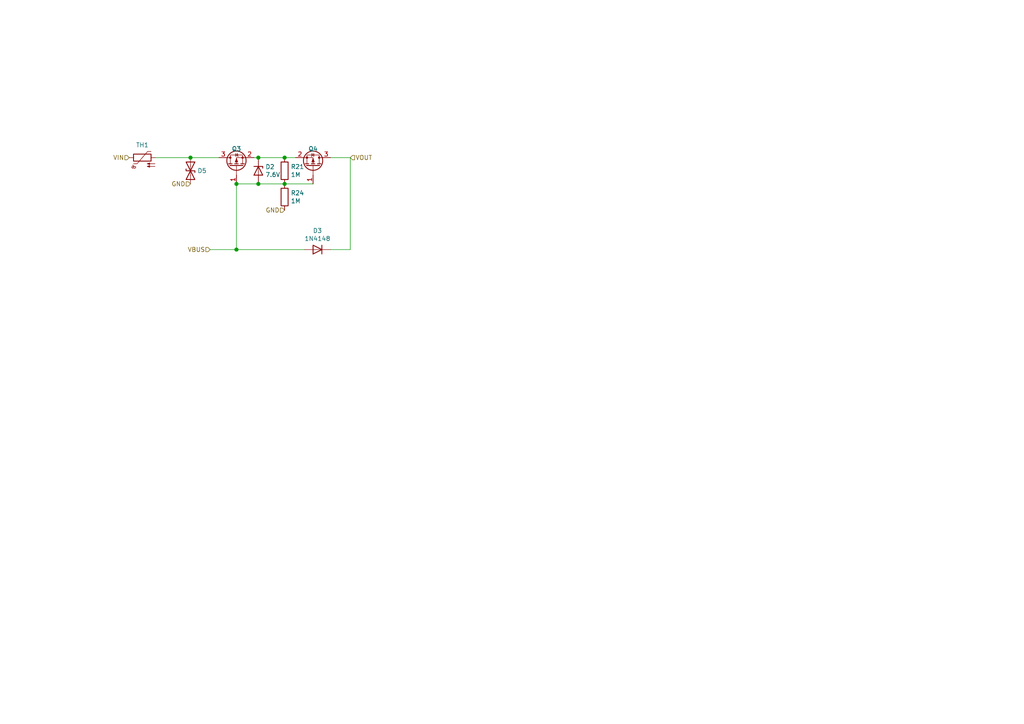
<source format=kicad_sch>
(kicad_sch (version 20200828) (generator eeschema)
  (page 2 5)
  (paper "A4")
  (lib_symbols
    (symbol "Device:D" (pin_numbers hide) (pin_names hide)
      (property "Reference" "D" (at 0 2.54 0))
      (property "Value" "D" (at 0 -2.54 0))
      (symbol "D_0_1"
        (polyline (pts (xy -1.27 1.27) (xy -1.27 -1.27)) (stroke (width 0.254)))
        (polyline (pts (xy 1.27 0) (xy -1.27 0)))
        (polyline (pts (xy 1.27 1.27) (xy 1.27 -1.27) (xy -1.27 0) (xy 1.27 1.27)) (stroke (width 0.254)))
      )
      (symbol "D_1_1"
        (pin passive line (at -3.81 0 0) (length 2.54) (name "K") (number "1"))
        (pin passive line (at 3.81 0 180) (length 2.54) (name "A") (number "2"))
      )
    )
    (symbol "Device:D_TVS" (pin_numbers hide) (pin_names hide)
      (property "Reference" "D" (at 0 2.54 0))
      (property "Value" "D_TVS" (at 0 -2.54 0))
      (symbol "D_TVS_0_1"
        (polyline (pts (xy 1.27 0) (xy -1.27 0)))
        (polyline (pts (xy 0.508 1.27) (xy 0 1.27) (xy 0 -1.27) (xy -0.508 -1.27)) (stroke (width 0.254)))
        (polyline (pts (xy -2.54 1.27) (xy -2.54 -1.27) (xy 2.54 1.27) (xy 2.54 -1.27) (xy -2.54 1.27)) (stroke (width 0.254)))
      )
      (symbol "D_TVS_1_1"
        (pin passive line (at -3.81 0 0) (length 2.54) (name "A1") (number "1"))
        (pin passive line (at 3.81 0 180) (length 2.54) (name "A2") (number "2"))
      )
    )
    (symbol "Device:D_Zener" (pin_numbers hide) (pin_names hide)
      (property "Reference" "D" (at 0 2.54 0))
      (property "Value" "D_Zener" (at 0 -2.54 0))
      (symbol "D_Zener_0_1"
        (polyline (pts (xy 1.27 0) (xy -1.27 0)))
        (polyline (pts (xy -1.27 -1.27) (xy -1.27 1.27) (xy -0.762 1.27)) (stroke (width 0.254)))
        (polyline (pts (xy 1.27 -1.27) (xy 1.27 1.27) (xy -1.27 0) (xy 1.27 -1.27)) (stroke (width 0.254)))
      )
      (symbol "D_Zener_1_1"
        (pin passive line (at -3.81 0 0) (length 2.54) (name "K") (number "1"))
        (pin passive line (at 3.81 0 180) (length 2.54) (name "A") (number "2"))
      )
    )
    (symbol "Device:Q_PMOS_GSD" (pin_names (offset 0) hide)
      (property "Reference" "Q" (at 5.08 1.27 0))
      (property "Value" "Q_PMOS_GSD" (at 5.08 -1.27 0))
      (symbol "Q_PMOS_GSD_0_1"
        (circle (center 1.651 0) (radius 2.794) (stroke (width 0.254)))
        (circle (center 2.54 -1.778) (radius 0.254) (fill (type outline)))
        (circle (center 2.54 1.778) (radius 0.254) (fill (type outline)))
        (polyline (pts (xy 0.254 0) (xy -2.54 0)))
        (polyline (pts (xy 0.254 1.905) (xy 0.254 -1.905)) (stroke (width 0.254)))
        (polyline (pts (xy 0.762 -1.27) (xy 0.762 -2.286)) (stroke (width 0.254)))
        (polyline (pts (xy 0.762 0.508) (xy 0.762 -0.508)) (stroke (width 0.254)))
        (polyline (pts (xy 0.762 2.286) (xy 0.762 1.27)) (stroke (width 0.254)))
        (polyline (pts (xy 2.54 2.54) (xy 2.54 1.778)))
        (polyline (pts (xy 2.54 -2.54) (xy 2.54 0) (xy 0.762 0)))
        (polyline (pts (xy 0.762 1.778) (xy 3.302 1.778) (xy 3.302 -1.778) (xy 0.762 -1.778)))
        (polyline (pts (xy 2.286 0) (xy 1.27 0.381) (xy 1.27 -0.381) (xy 2.286 0)) (fill (type outline)))
        (polyline (pts (xy 2.794 -0.508) (xy 2.921 -0.381) (xy 3.683 -0.381) (xy 3.81 -0.254)))
        (polyline (pts (xy 3.302 -0.381) (xy 2.921 0.254) (xy 3.683 0.254) (xy 3.302 -0.381)))
      )
      (symbol "Q_PMOS_GSD_1_1"
        (pin input line (at -5.08 0 0) (length 2.54) (name "G") (number "1"))
        (pin passive line (at 2.54 -5.08 90) (length 2.54) (name "S") (number "2"))
        (pin passive line (at 2.54 5.08 270) (length 2.54) (name "D") (number "3"))
      )
    )
    (symbol "Device:R" (pin_numbers hide) (pin_names (offset 0))
      (property "Reference" "R" (at 2.032 0 90))
      (property "Value" "R" (at 0 0 90))
      (symbol "R_0_1"
        (rectangle (start -1.016 -2.54) (end 1.016 2.54) (stroke (width 0.254)))
      )
      (symbol "R_1_1"
        (pin passive line (at 0 3.81 270) (length 1.27) (name "~") (number "1"))
        (pin passive line (at 0 -3.81 90) (length 1.27) (name "~") (number "2"))
      )
    )
    (symbol "Device:Thermistor_PTC" (pin_numbers hide) (pin_names (offset 0))
      (property "Reference" "TH" (at -4.064 0 90))
      (property "Value" "Thermistor_PTC" (at 3.048 0 90))
      (symbol "Thermistor_PTC_0_1"
        (arc (start -3.048 2.159) (end -3.175 2.413) (radius (at -3.2004 2.2352) (length 0.1778) (angles -26.5 81.8)))
        (arc (start -3.048 2.159) (end -2.794 1.905) (radius (at -2.794 2.159) (length 0.254) (angles 180 -90)))
        (arc (start -2.794 1.905) (end -2.54 2.159) (radius (at -2.794 2.159) (length 0.254) (angles -90 0)))
        (arc (start -2.54 2.794) (end -2.794 3.048) (radius (at -2.794 2.794) (length 0.254) (angles 0 90)))
        (arc (start -2.794 3.048) (end -3.048 2.794) (radius (at -2.794 2.794) (length 0.254) (angles 90 180)))
        (arc (start -3.048 2.794) (end -2.794 2.54) (radius (at -2.794 2.794) (length 0.254) (angles 180 -90)))
        (arc (start -2.794 2.54) (end -2.159 2.794) (radius (at -2.6416 3.0226) (length 0.508) (angles -107.5 -25.3)))
        (rectangle (start -1.016 2.54) (end 1.016 -2.54) (stroke (width 0.254)))
        (polyline (pts (xy -2.54 2.159) (xy -2.54 2.794)))
        (polyline (pts (xy -1.778 2.54) (xy -1.778 1.524) (xy 1.778 -1.524) (xy 1.778 -2.54)))
        (polyline (pts (xy -2.54 -3.683) (xy -2.54 -1.397) (xy -2.794 -2.159) (xy -2.286 -2.159) (xy -2.54 -1.397) (xy -2.54 -1.651)) (fill (type outline)))
        (polyline (pts (xy -1.778 -3.683) (xy -1.778 -1.397) (xy -2.032 -2.159) (xy -1.524 -2.159) (xy -1.778 -1.397) (xy -1.778 -1.651)) (fill (type outline)))
      )
      (symbol "Thermistor_PTC_1_1"
        (pin passive line (at 0 3.81 270) (length 1.27) (name "~") (number "1"))
        (pin passive line (at 0 -3.81 90) (length 1.27) (name "~") (number "2"))
      )
    )
  )
  (junction (at 55.245 45.72) (diameter 1.016))
  (junction (at 68.58 53.34) (diameter 1.016))
  (junction (at 68.58 72.39) (diameter 1.016))
  (junction (at 74.93 45.72) (diameter 1.016))
  (junction (at 74.93 53.34) (diameter 1.016))
  (junction (at 82.55 45.72) (diameter 1.016))
  (junction (at 82.55 53.34) (diameter 1.016))
  (wire (pts (xy 45.085 45.72) (xy 55.245 45.72)))
  (wire (pts (xy 55.245 45.72) (xy 63.5 45.72)))
  (wire (pts (xy 60.96 72.39) (xy 68.58 72.39)))
  (wire (pts (xy 68.58 53.34) (xy 68.58 72.39)))
  (wire (pts (xy 68.58 53.34) (xy 74.93 53.34)))
  (wire (pts (xy 68.58 72.39) (xy 88.265 72.39)))
  (wire (pts (xy 73.66 45.72) (xy 74.93 45.72)))
  (wire (pts (xy 74.93 45.72) (xy 82.55 45.72)))
  (wire (pts (xy 74.93 53.34) (xy 82.55 53.34)))
  (wire (pts (xy 82.55 45.72) (xy 85.725 45.72)))
  (wire (pts (xy 82.55 53.34) (xy 90.805 53.34)))
  (wire (pts (xy 95.885 45.72) (xy 101.6 45.72)))
  (wire (pts (xy 95.885 72.39) (xy 101.6 72.39)))
  (wire (pts (xy 101.6 45.72) (xy 101.6 72.39)))
  (hierarchical_label "VIN" (shape input) (at 37.465 45.72 180))
  (hierarchical_label "GND" (shape input) (at 55.245 53.34 180))
  (hierarchical_label "VBUS" (shape input) (at 60.96 72.39 180))
  (hierarchical_label "GND" (shape input) (at 82.55 60.96 180))
  (hierarchical_label "VOUT" (shape input) (at 101.6 45.72 0))
  (symbol (lib_id "Device:R") (at 82.55 49.53 0) (unit 1)
    (property "Reference" "R21" (at 84.328 48.3616 0) (effects (justify left)))
    (property "Value" "1M" (at 84.328 50.673 0) (effects (justify left)))
    (property "Footprint" "Resistor_SMD:R_0603_1608Metric" (effects hide))
  )
  (symbol (lib_id "Device:R") (at 82.55 57.15 0) (unit 1)
    (property "Reference" "R24" (at 84.328 55.9816 0) (effects (justify left)))
    (property "Value" "1M" (at 84.328 58.293 0) (effects (justify left)))
    (property "Footprint" "Resistor_SMD:R_0603_1608Metric" (effects hide))
  )
  (symbol (lib_id "Device:D_TVS") (at 55.245 49.53 270) (unit 1)
    (property "Reference" "D5" (at 57.2516 49.53 90) (effects (justify left)))
    (property "Value" "SMF11A" (effects hide))
    (property "Footprint" "Diode_SMD:D_SOD-123F" (effects hide))
    (property "PartNo" "SMF11A" (effects hide))
    (property "Manufacturer" "Littlefuse" (effects hide))
  )
  (symbol (lib_id "Device:D_Zener") (at 74.93 49.53 270) (unit 1)
    (property "Reference" "D2" (at 76.962 48.387 90) (effects (justify left)))
    (property "Value" "7.6V" (at 76.962 50.673 90) (effects (justify left)))
    (property "Footprint" "Diode_SMD:D_SOD-323" (effects hide))
    (property "PartNo" "MM3Z7V5ST1G" (effects hide))
    (property "Manufacturer" "ON SEMI" (effects hide))
  )
  (symbol (lib_id "Device:D") (at 92.075 72.39 180) (unit 1)
    (property "Reference" "D3" (at 92.075 66.9036 0))
    (property "Value" "1N4148" (at 92.075 69.215 0))
    (property "Footprint" "Diode_SMD:D_SOD-123" (effects hide))
    (property "Manufacturer" "Diodes Inc" (effects hide))
    (property "PartNo" "1N4148W-7-F" (effects hide))
  )
  (symbol (lib_id "Device:Thermistor_PTC") (at 41.275 45.72 90) (unit 1)
    (property "Reference" "TH1" (at 41.275 42.0624 90))
    (property "Value" "Thermistor_PTC" (effects hide))
    (property "Footprint" "Fuse:Fuse_1206_3216Metric" (effects hide))
    (property "PartNo" "nSMD075-13.2V" (effects hide))
    (property "Manufacturer" "TECHFUSE" (effects hide))
  )
  (symbol (lib_id "Device:Q_PMOS_GSD") (at 68.58 48.26 90) (unit 1)
    (property "Reference" "Q3" (at 68.58 43.18 90))
    (property "Value" "NX2301P" (effects hide))
    (property "Footprint" "Package_TO_SOT_SMD:SOT-23" (effects hide))
    (property "PartNo" "NX2301P,215 " (effects hide))
    (property "Manufacturer" "NXP" (effects hide))
    (property "Distributor" "1894738" (effects hide))
    (property "Comment" "Exact as specified" (effects hide))
  )
  (symbol (lib_id "Device:Q_PMOS_GSD") (at 90.805 48.26 270) (mirror x) (unit 1)
    (property "Reference" "Q4" (at 90.805 43.18 90))
    (property "Value" "NX2301P" (effects hide))
    (property "Footprint" "Package_TO_SOT_SMD:SOT-23" (effects hide))
    (property "PartNo" "NX2301P,215 " (effects hide))
    (property "Manufacturer" "NXP" (effects hide))
    (property "Distributor" "1894738" (effects hide))
    (property "Comment" "Exact as specified" (effects hide))
  )
)
</source>
